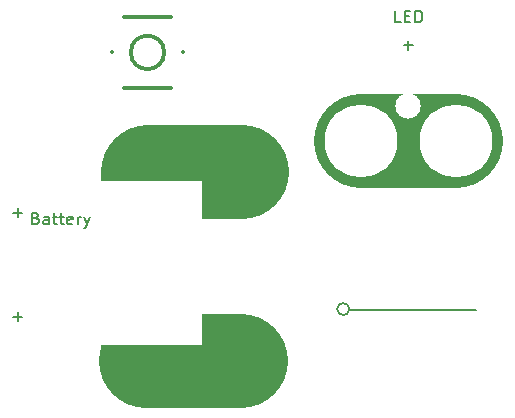
<source format=gto>
%TF.GenerationSoftware,KiCad,Pcbnew,4.0.7-e2-6376~58~ubuntu16.04.1*%
%TF.CreationDate,2017-10-07T16:19:58-07:00*%
%TF.ProjectId,LegoLED-Button-Battery,4C65676F4C45442D427574746F6E2D42,v1.5*%
%TF.FileFunction,Legend,Top*%
%FSLAX46Y46*%
G04 Gerber Fmt 4.6, Leading zero omitted, Abs format (unit mm)*
G04 Created by KiCad (PCBNEW 4.0.7-e2-6376~58~ubuntu16.04.1) date Sat Oct  7 16:19:58 2017*
%MOMM*%
%LPD*%
G01*
G04 APERTURE LIST*
%ADD10C,0.350000*%
%ADD11C,0.150000*%
%ADD12C,8.000000*%
%ADD13C,0.152400*%
%ADD14C,0.317500*%
%ADD15C,0.254000*%
%ADD16C,1.852400*%
%ADD17R,2.752400X5.712400*%
%ADD18R,9.152400X13.952400*%
%ADD19C,2.152400*%
%ADD20C,2.052400*%
%ADD21C,6.152400*%
G04 APERTURE END LIST*
D10*
D11*
X31059201Y-35382801D02*
X35059201Y-35382801D01*
X31059201Y-29382801D02*
X35059201Y-29382801D01*
D10*
X30059201Y-32382801D02*
X30059201Y-32382801D01*
X35059201Y-35382801D02*
X31059201Y-35382801D01*
X35059201Y-29382801D02*
X31059201Y-29382801D01*
X36059201Y-32382801D02*
X36059201Y-32382801D01*
X34473415Y-32382801D02*
G75*
G03X34473415Y-32382801I-1414214J0D01*
G01*
D12*
X33069800Y-42494200D02*
X33069800Y-58494200D01*
X41069800Y-42494200D02*
X33069800Y-42494200D01*
X40969800Y-58494200D02*
X32969800Y-58494200D01*
D13*
X50203100Y-54178200D02*
X60871100Y-54178200D01*
X50140533Y-54114700D02*
G75*
G03X50140533Y-54114700I-508933J0D01*
G01*
D12*
X59156600Y-39890700D02*
X51156600Y-39890700D01*
D11*
X56656600Y-38120700D02*
X53656600Y-38120700D01*
X23598371Y-46422771D02*
X23741228Y-46470390D01*
X23788847Y-46518010D01*
X23836466Y-46613248D01*
X23836466Y-46756105D01*
X23788847Y-46851343D01*
X23741228Y-46898962D01*
X23645990Y-46946581D01*
X23265037Y-46946581D01*
X23265037Y-45946581D01*
X23598371Y-45946581D01*
X23693609Y-45994200D01*
X23741228Y-46041819D01*
X23788847Y-46137057D01*
X23788847Y-46232295D01*
X23741228Y-46327533D01*
X23693609Y-46375152D01*
X23598371Y-46422771D01*
X23265037Y-46422771D01*
X24693609Y-46946581D02*
X24693609Y-46422771D01*
X24645990Y-46327533D01*
X24550752Y-46279914D01*
X24360275Y-46279914D01*
X24265037Y-46327533D01*
X24693609Y-46898962D02*
X24598371Y-46946581D01*
X24360275Y-46946581D01*
X24265037Y-46898962D01*
X24217418Y-46803724D01*
X24217418Y-46708486D01*
X24265037Y-46613248D01*
X24360275Y-46565629D01*
X24598371Y-46565629D01*
X24693609Y-46518010D01*
X25026942Y-46279914D02*
X25407894Y-46279914D01*
X25169799Y-45946581D02*
X25169799Y-46803724D01*
X25217418Y-46898962D01*
X25312656Y-46946581D01*
X25407894Y-46946581D01*
X25598371Y-46279914D02*
X25979323Y-46279914D01*
X25741228Y-45946581D02*
X25741228Y-46803724D01*
X25788847Y-46898962D01*
X25884085Y-46946581D01*
X25979323Y-46946581D01*
X26693610Y-46898962D02*
X26598372Y-46946581D01*
X26407895Y-46946581D01*
X26312657Y-46898962D01*
X26265038Y-46803724D01*
X26265038Y-46422771D01*
X26312657Y-46327533D01*
X26407895Y-46279914D01*
X26598372Y-46279914D01*
X26693610Y-46327533D01*
X26741229Y-46422771D01*
X26741229Y-46518010D01*
X26265038Y-46613248D01*
X27169800Y-46946581D02*
X27169800Y-46279914D01*
X27169800Y-46470390D02*
X27217419Y-46375152D01*
X27265038Y-46327533D01*
X27360276Y-46279914D01*
X27455515Y-46279914D01*
X27693610Y-46279914D02*
X27931705Y-46946581D01*
X28169801Y-46279914D02*
X27931705Y-46946581D01*
X27836467Y-47184676D01*
X27788848Y-47232295D01*
X27693610Y-47279914D01*
X21688848Y-54765629D02*
X22450753Y-54765629D01*
X22069801Y-55146581D02*
X22069801Y-54384676D01*
X21688848Y-45965629D02*
X22450753Y-45965629D01*
X22069801Y-46346581D02*
X22069801Y-45584676D01*
X54513743Y-29843081D02*
X54037552Y-29843081D01*
X54037552Y-28843081D01*
X54847076Y-29319271D02*
X55180410Y-29319271D01*
X55323267Y-29843081D02*
X54847076Y-29843081D01*
X54847076Y-28843081D01*
X55323267Y-28843081D01*
X55751838Y-29843081D02*
X55751838Y-28843081D01*
X55989933Y-28843081D01*
X56132791Y-28890700D01*
X56228029Y-28985938D01*
X56275648Y-29081176D01*
X56323267Y-29271652D01*
X56323267Y-29414510D01*
X56275648Y-29604986D01*
X56228029Y-29700224D01*
X56132791Y-29795462D01*
X55989933Y-29843081D01*
X55751838Y-29843081D01*
X54775648Y-31762129D02*
X55537553Y-31762129D01*
X55156601Y-32143081D02*
X55156601Y-31381176D01*
%LPC*%
D14*
X52492124Y-56028771D02*
X52431648Y-56089248D01*
X52250219Y-56149724D01*
X52129267Y-56149724D01*
X51947839Y-56089248D01*
X51826886Y-55968295D01*
X51766410Y-55847343D01*
X51705934Y-55605438D01*
X51705934Y-55424010D01*
X51766410Y-55182105D01*
X51826886Y-55061152D01*
X51947839Y-54940200D01*
X52129267Y-54879724D01*
X52250219Y-54879724D01*
X52431648Y-54940200D01*
X52492124Y-55000676D01*
X53036410Y-56149724D02*
X53036410Y-54879724D01*
X54366886Y-56149724D02*
X53943553Y-55544962D01*
X53641172Y-56149724D02*
X53641172Y-54879724D01*
X54124981Y-54879724D01*
X54245934Y-54940200D01*
X54306410Y-55000676D01*
X54366886Y-55121629D01*
X54366886Y-55303057D01*
X54306410Y-55424010D01*
X54245934Y-55484486D01*
X54124981Y-55544962D01*
X53641172Y-55544962D01*
X55636886Y-56028771D02*
X55576410Y-56089248D01*
X55394981Y-56149724D01*
X55274029Y-56149724D01*
X55092601Y-56089248D01*
X54971648Y-55968295D01*
X54911172Y-55847343D01*
X54850696Y-55605438D01*
X54850696Y-55424010D01*
X54911172Y-55182105D01*
X54971648Y-55061152D01*
X55092601Y-54940200D01*
X55274029Y-54879724D01*
X55394981Y-54879724D01*
X55576410Y-54940200D01*
X55636886Y-55000676D01*
X56181172Y-54879724D02*
X56181172Y-55907819D01*
X56241648Y-56028771D01*
X56302124Y-56089248D01*
X56423077Y-56149724D01*
X56664981Y-56149724D01*
X56785934Y-56089248D01*
X56846410Y-56028771D01*
X56906886Y-55907819D01*
X56906886Y-54879724D01*
X57511648Y-56149724D02*
X57511648Y-54879724D01*
X57934981Y-54879724D02*
X58660696Y-54879724D01*
X58297839Y-56149724D02*
X58297839Y-54879724D01*
X59023553Y-56089248D02*
X59204981Y-56149724D01*
X59507362Y-56149724D01*
X59628315Y-56089248D01*
X59688791Y-56028771D01*
X59749267Y-55907819D01*
X59749267Y-55786867D01*
X59688791Y-55665914D01*
X59628315Y-55605438D01*
X59507362Y-55544962D01*
X59265458Y-55484486D01*
X59144505Y-55424010D01*
X59084029Y-55363533D01*
X59023553Y-55242581D01*
X59023553Y-55121629D01*
X59084029Y-55000676D01*
X59144505Y-54940200D01*
X59265458Y-54879724D01*
X59567838Y-54879724D01*
X59749267Y-54940200D01*
X51315862Y-53488771D02*
X51255386Y-53549248D01*
X51073957Y-53609724D01*
X50953005Y-53609724D01*
X50771577Y-53549248D01*
X50650624Y-53428295D01*
X50590148Y-53307343D01*
X50529672Y-53065438D01*
X50529672Y-52884010D01*
X50590148Y-52642105D01*
X50650624Y-52521152D01*
X50771577Y-52400200D01*
X50953005Y-52339724D01*
X51073957Y-52339724D01*
X51255386Y-52400200D01*
X51315862Y-52460676D01*
X52585862Y-53609724D02*
X52162529Y-53004962D01*
X51860148Y-53609724D02*
X51860148Y-52339724D01*
X52343957Y-52339724D01*
X52464910Y-52400200D01*
X52525386Y-52460676D01*
X52585862Y-52581629D01*
X52585862Y-52763057D01*
X52525386Y-52884010D01*
X52464910Y-52944486D01*
X52343957Y-53004962D01*
X51860148Y-53004962D01*
X53069672Y-53246867D02*
X53674434Y-53246867D01*
X52948719Y-53609724D02*
X53372053Y-52339724D01*
X53795386Y-53609724D01*
X54097767Y-52339724D02*
X54944433Y-52339724D01*
X54097767Y-53609724D01*
X54944433Y-53609724D01*
X55670148Y-53004962D02*
X55670148Y-53609724D01*
X55246814Y-52339724D02*
X55670148Y-53004962D01*
X56093481Y-52339724D01*
D13*
X61887100Y-52971700D02*
X60744100Y-53924200D01*
X60553600Y-53924200D02*
X61887100Y-52971700D01*
X61506100Y-53098700D02*
X60553600Y-53924200D01*
X60426600Y-53860700D02*
X61506100Y-53098700D01*
X61315600Y-53162200D02*
X60426600Y-53860700D01*
X60172600Y-53924200D02*
X61315600Y-53162200D01*
X60998100Y-53289200D02*
X60172600Y-53924200D01*
X60045600Y-53860700D02*
X60998100Y-53289200D01*
X60807600Y-53289200D02*
X60045600Y-53860700D01*
X60045600Y-53733700D02*
X60807600Y-53289200D01*
X60553600Y-53289200D02*
X60045600Y-53733700D01*
X59982100Y-53606700D02*
X60553600Y-53289200D01*
X60553600Y-53098700D02*
X59982100Y-53606700D01*
X60553600Y-52971700D02*
X59918600Y-53479700D01*
X60680600Y-52781200D02*
X59855100Y-53352700D01*
X60680600Y-52654200D02*
X59855100Y-53225700D01*
D15*
X58839100Y-53860700D02*
X58204100Y-52971700D01*
D13*
X60744100Y-53987700D02*
X58775600Y-53987700D01*
X62331600Y-52844700D02*
X60744100Y-53987700D01*
X60553600Y-53289200D02*
X62331600Y-52844700D01*
X60871100Y-52400200D02*
X60553600Y-53289200D01*
X59791600Y-53098700D02*
X60871100Y-52400200D01*
X58966100Y-51638200D02*
X59791600Y-53162200D01*
X59029600Y-53035200D02*
X58966100Y-51638200D01*
X57950100Y-52781200D02*
X59029600Y-53035200D01*
X58775600Y-53987700D02*
X57950100Y-52781200D01*
D15*
X59029600Y-53860700D02*
X58394600Y-52971700D01*
X59220100Y-53860700D02*
X58648600Y-53035200D01*
X59347100Y-53860700D02*
X58902600Y-53098700D01*
X59601100Y-53860700D02*
X59156600Y-53035200D01*
X59791600Y-53860700D02*
X59220100Y-52781200D01*
X59982100Y-53860700D02*
X59093100Y-52146200D01*
X59156600Y-52844700D02*
X59093100Y-52019200D01*
D16*
X36059201Y-34382801D03*
X30059201Y-34382801D03*
X36059201Y-30382801D03*
X30059201Y-30382801D03*
D17*
X22869800Y-50494200D03*
D18*
X33073800Y-50240200D03*
D17*
X43269800Y-50494200D03*
D19*
X55156600Y-36890700D03*
D20*
X55156600Y-34350700D03*
D21*
X59156600Y-31890700D03*
X59156600Y-39890700D03*
X51156600Y-39890700D03*
X51156600Y-31890700D03*
M02*

</source>
